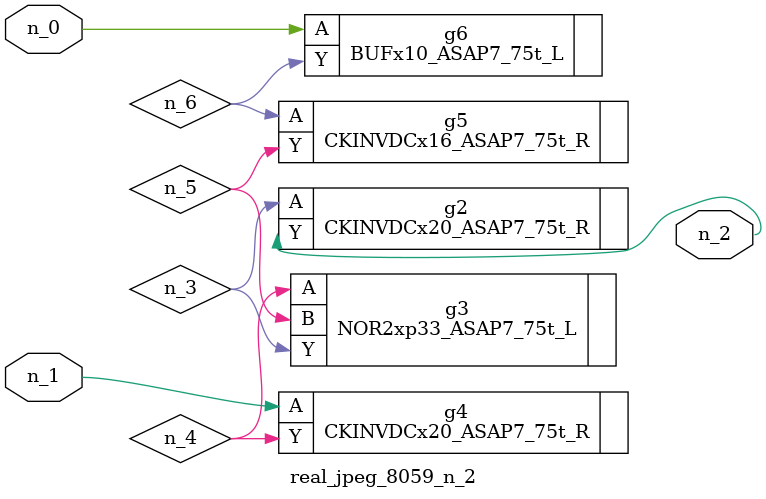
<source format=v>
module real_jpeg_8059_n_2 (n_1, n_0, n_2);

input n_1;
input n_0;

output n_2;

wire n_5;
wire n_4;
wire n_6;
wire n_3;

BUFx10_ASAP7_75t_L g6 ( 
.A(n_0),
.Y(n_6)
);

CKINVDCx20_ASAP7_75t_R g4 ( 
.A(n_1),
.Y(n_4)
);

CKINVDCx20_ASAP7_75t_R g2 ( 
.A(n_3),
.Y(n_2)
);

NOR2xp33_ASAP7_75t_L g3 ( 
.A(n_4),
.B(n_5),
.Y(n_3)
);

CKINVDCx16_ASAP7_75t_R g5 ( 
.A(n_6),
.Y(n_5)
);


endmodule
</source>
